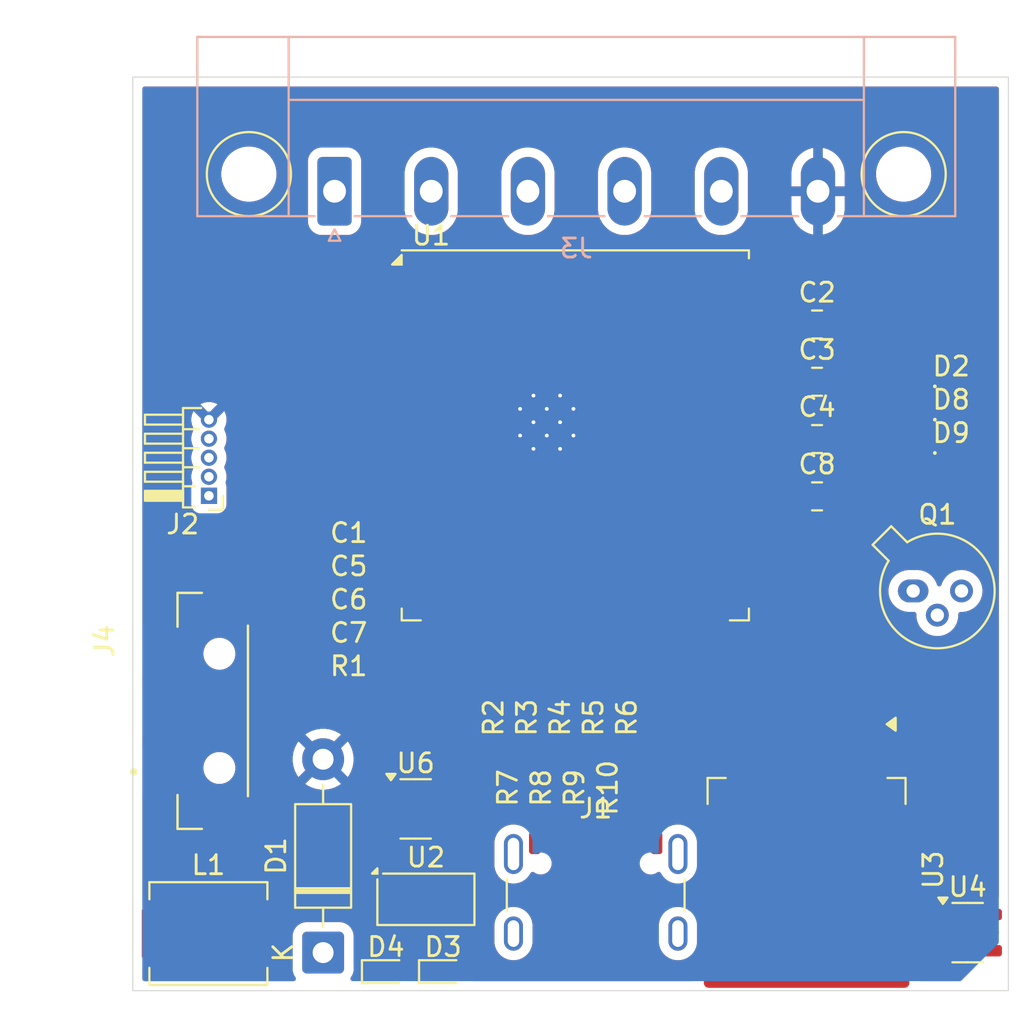
<source format=kicad_pcb>
(kicad_pcb (version 20241229) (generator "pcbnew") (generator_version "9.0")
  (layers (0 "F.Cu" signal) (2 "B.Cu" signal) (13 "F.Paste" user) (15 "B.Paste" user) (5 "F.SilkS" user "F.Silkscreen") (7 "B.SilkS" user "B.Silkscreen") (1 "F.Mask" user) (3 "B.Mask" user) (25 "Edge.Cuts" user))
  (net 0 "")
  (net 1 "/GPIO1")
  (net 2 "/XSHUT")
  (net 3 "GND")
  (net 5 "+3.3V")
  (net 6 "/SDA")
  (net 7 "/SCL")
  (net 8 "Net-(U4-PROG)")
  (net 9 "Net-(J1-CC1)")
  (net 10 "/VBUS")
  (net 11 "Net-(D2-K)")
  (net 12 "Net-(J1-GND-PadA1)")
  (net 13 "Net-(J1-SHIELD)")
  (net 14 "Net-(U3-~{ON}{slash}OFF)")
  (net 15 "/VBAT")
  (net 16 "/D1")
  (net 22 "Net-(Q1-B)")
  (net 24 "/SDA_1")
  (net 25 "/EN")
  (net 27 "/RST")
  (net 32 "/RXD")
  (net 36 "/IO01")
  (net 38 "/IO14")
  (net 39 "/IO15")
  (net 41 "/TXD")
  (net 46 "/PM")
  (net 47 "Net-(D3-A)")
  (net 48 "Net-(D9-K)")
  (net 49 "Net-(D8-K)")
  (net 50 "Net-(D1-K)")
  (net 52 "/I014")
  (net 53 "Net-(BZ1-+)")
  (net 54 "Net-(D3-K)")
  (net 55 "Net-(D2-A)")
  (net 61 "/VCC")
  (footprint "Connector_PinHeader_1.00mm:PinHeader_1x05_P1.00mm_Horizontal" (layer "F.Cu") (at 61 69 180)
    (property "Reference" "J2" (at 1.375 -1.5 0) (layer "F.SilkS"))
    (property "Value" "Conn_01x05_MountingPin")
    (fp_line (start 3.36 4.26) (end 1.36 4.26) (stroke (width 0.12)) (layer "F.SilkS"))
    (fp_line (start 3.36 3.74) (end 3.36 4.26) (stroke (width 0.12)) (layer "F.SilkS"))
    (fp_line (start 3.36 3.26) (end 1.36 3.26) (stroke (width 0.12)) (layer "F.SilkS"))
    (fp_line (start 3.36 2.74) (end 3.36 3.26) (stroke (width 0.12)) (layer "F.SilkS"))
    (fp_line (start 3.36 2.26) (end 1.36 2.26) (stroke (width 0.12)) (layer "F.SilkS"))
    (fp_line (start 3.36 1.74) (end 3.36 2.26) (stroke (width 0.12)) (layer "F.SilkS"))
    (fp_line (start 3.36 1.26) (end 1.36 1.26) (stroke (width 0.12)) (layer "F.SilkS"))
    (fp_line (start 3.36 0.74) (end 3.36 1.26) (stroke (width 0.12)) (layer "F.SilkS"))
    (fp_line (start 1.36 4.61) (end 0.41003 4.61) (stroke (width 0.12)) (layer "F.SilkS"))
    (fp_line (start 1.36 3.74) (end 3.36 3.74) (stroke (width 0.12)) (layer "F.SilkS"))
    (fp_line (start 1.36 2.74) (end 3.36 2.74) (stroke (width 0.12)) (layer "F.SilkS"))
    (fp_line (start 1.36 1.74) (end 3.36 1.74) (stroke (width 0.12)) (layer "F.SilkS"))
    (fp_line (start 1.36 0.74) (end 3.36 0.74) (stroke (width 0.12)) (layer "F.SilkS"))
    (fp_line (start 1.36 -0.61) (end 1.36 4.61) (stroke (width 0.12)) (layer "F.SilkS"))
    (fp_line (start 0.735 0.5) (end 1.36 0.5) (stroke (width 0.12)) (layer "F.SilkS"))
    (fp_line (start 0.735 -0.61) (end 1.36 -0.61) (stroke (width 0.12)) (layer "F.SilkS"))
    (fp_line (start 0.538725 3.5) (end 1.36 3.5) (stroke (width 0.12)) (layer "F.SilkS"))
    (fp_line (start 0.538725 2.5) (end 1.36 2.5) (stroke (width 0.12)) (layer "F.SilkS"))
    (fp_line (start 0.538725 1.5) (end 1.36 1.5) (stroke (width 0.12)) (layer "F.SilkS"))
    (fp_line (start -0.735 0) (end -0.735 -0.735) (stroke (width 0.12)) (layer "F.SilkS"))
    (fp_line (start -0.735 -0.735) (end 0 -0.735) (stroke (width 0.12)) (layer "F.SilkS"))
    (fp_rect (start 1.36 -0.26) (end 3.36 0.26) (stroke (width 0.12)) (fill yes) (layer "F.SilkS"))
    (pad "1" thru_hole rect (at 0 0 180) (size 0.85 0.85) (drill 0.5) (layers "*.Cu" "*.Mask") (net 41 "/TXD"))
    (pad "2" thru_hole circle (at 0 1 180) (size 0.85 0.85) (drill 0.5) (layers "*.Cu" "*.Mask") (net 32 "/RXD"))
    (pad "3" thru_hole circle (at 0 2 180) (size 0.85 0.85) (drill 0.5) (layers "*.Cu" "*.Mask") (net 36 "/IO01"))
    (pad "4" thru_hole circle (at 0 3 180) (size 0.85 0.85) (drill 0.5) (layers "*.Cu" "*.Mask") (net 25 "/EN"))
    (pad "5" thru_hole circle (at 0 4 180) (size 0.85 0.85) (drill 0.5) (layers "*.Cu" "*.Mask") (net 3 "GND"))
  )
  (footprint "Capacitor_SMD:C_0805_2012Metric" (layer "F.Cu") (at 92.95 69.03)
    (property "Reference" "C8" (at 0 -1.68 0) (layer "F.SilkS"))
    (property "Value" "10uF")
    (fp_line (start -0.261252 -0.735) (end 0.261252 -0.735) (stroke (width 0.12)) (layer "F.SilkS"))
    (fp_line (start -0.261252 0.735) (end 0.261252 0.735) (stroke (width 0.12)) (layer "F.SilkS"))
    (pad "1" smd roundrect (at -0.95 0) (size 1 1.45) (layers "F.Cu" "F.Mask" "F.Paste") (net 3 "GND"))
    (pad "2" smd roundrect (at 0.95 0) (size 1 1.45) (layers "F.Cu" "F.Mask" "F.Paste") (net 15 "/VBAT"))
  )
  (footprint "Resistor_SMD:R_0201_0603Metric" (layer "F.Cu") (at 83 84.345 90)
    (property "Reference" "R10" (at 0 -1.05 90) (layer "F.SilkS"))
    (property "Value" "10k")
    (pad "1" smd roundrect (at -0.32 0 90) (size 0.46 0.4) (layers "F.Cu" "F.Mask") (net 5 "+3.3V"))
    (pad "2" smd roundrect (at 0.32 0 90) (size 0.46 0.4) (layers "F.Cu" "F.Mask") (net 1 "/GPIO1"))
  )
  (footprint "Resistor_SMD:R_0201_0603Metric" (layer "F.Cu") (at 81.25 84.345 90)
    (property "Reference" "R9" (at 0 -1.05 90) (layer "F.SilkS"))
    (property "Value" "10k")
    (pad "1" smd roundrect (at -0.32 0 90) (size 0.46 0.4) (layers "F.Cu" "F.Mask") (net 2 "/XSHUT"))
    (pad "2" smd roundrect (at 0.32 0 90) (size 0.46 0.4) (layers "F.Cu" "F.Mask") (net 5 "+3.3V"))
  )
  (footprint "Resistor_SMD:R_0201_0603Metric" (layer "F.Cu") (at 80.5 80.655 90)
    (property "Reference" "R4" (at 0 -1.05 90) (layer "F.SilkS"))
    (property "Value" "10k")
    (pad "1" smd roundrect (at -0.32 0 90) (size 0.46 0.4) (layers "F.Cu" "F.Mask") (net 11 "Net-(D2-K)"))
    (pad "2" smd roundrect (at 0.32 0 90) (size 0.46 0.4) (layers "F.Cu" "F.Mask") (net 10 "/VBUS"))
  )
  (footprint "Diode_SMD:D_SOD-523" (layer "F.Cu") (at 70.3 94)
    (property "Reference" "D4" (at 0 -1.3 0) (layer "F.SilkS"))
    (property "Value" "1N4148WT")
    (fp_line (start -1.26 -0.6) (end -1.26 0.6) (stroke (width 0.12)) (layer "F.SilkS"))
    (fp_line (start 0.7 -0.6) (end -1.26 -0.6) (stroke (width 0.12)) (layer "F.SilkS"))
    (fp_line (start 0.7 0.6) (end -1.26 0.6) (stroke (width 0.12)) (layer "F.SilkS"))
    (pad "1" smd roundrect (at -0.7 0 180) (size 0.6 0.7) (layers "F.Cu" "F.Mask" "F.Paste") (net 15 "/VBAT"))
    (pad "2" smd roundrect (at 0.7 0 180) (size 0.6 0.7) (layers "F.Cu" "F.Mask" "F.Paste") (net 54 "Net-(D3-K)"))
  )
  (footprint "Package_TO_SOT_SMD:TSOT-23-5" (layer "F.Cu") (at 100.8625 91.95)
    (property "Reference" "U4" (at 0 -2.4 0) (layer "F.SilkS"))
    (property "Value" "TP4057")
    (fp_line (start 0 -1.56) (end -0.8 -1.56) (stroke (width 0.12)) (layer "F.SilkS"))
    (fp_line (start 0 -1.56) (end 0.8 -1.56) (stroke (width 0.12)) (layer "F.SilkS"))
    (fp_line (start 0 1.56) (end -0.8 1.56) (stroke (width 0.12)) (layer "F.SilkS"))
    (fp_line (start 0 1.56) (end 0.8 1.56) (stroke (width 0.12)) (layer "F.SilkS"))
    (fp_poly (pts (xy -1.3 -1.51) (xy -1.54 -1.84) (xy -1.06 -1.84)) (stroke (width 0.12)) (fill yes) (layer "F.SilkS"))
    (pad "1" smd roundrect (at -1.1375 -0.95) (size 1.325 0.6) (layers "F.Cu" "F.Mask" "F.Paste") (net 49 "Net-(D8-K)"))
    (pad "2" smd roundrect (at -1.1375 0) (size 1.325 0.6) (layers "F.Cu" "F.Mask" "F.Paste") (net 3 "GND"))
    (pad "3" smd roundrect (at -1.1375 0.95) (size 1.325 0.6) (layers "F.Cu" "F.Mask" "F.Paste") (net 47 "Net-(D3-A)"))
    (pad "4" smd roundrect (at 1.1375 0.95) (size 1.325 0.6) (layers "F.Cu" "F.Mask" "F.Paste") (net 10 "/VBUS"))
    (pad "5" smd roundrect (at 1.1375 -0.95) (size 1.325 0.6) (layers "F.Cu" "F.Mask" "F.Paste") (net 48 "Net-(D9-K)"))
  )
  (footprint "Capacitor_SMD:C_0805_2012Metric" (layer "F.Cu") (at 92.95 63.01)
    (property "Reference" "C3" (at 0 -1.68 0) (layer "F.SilkS"))
    (property "Value" "100uF")
    (fp_line (start -0.261252 -0.735) (end 0.261252 -0.735) (stroke (width 0.12)) (layer "F.SilkS"))
    (fp_line (start -0.261252 0.735) (end 0.261252 0.735) (stroke (width 0.12)) (layer "F.SilkS"))
    (pad "1" smd roundrect (at -0.95 0) (size 1 1.45) (layers "F.Cu" "F.Mask" "F.Paste") (net 3 "GND"))
    (pad "2" smd roundrect (at 0.95 0) (size 1 1.45) (layers "F.Cu" "F.Mask" "F.Paste") (net 3 "GND"))
  )
  (footprint "Package_TO_SOT_SMD:SOT-23-6" (layer "F.Cu") (at 71.8625 85.45)
    (property "Reference" "U6" (at 0 -2.4 0) (layer "F.SilkS"))
    (property "Value" "PAM8302AAD")
    (fp_line (start 0 -1.56) (end -0.8 -1.56) (stroke (width 0.12)) (layer "F.SilkS"))
    (fp_line (start 0 -1.56) (end 0.8 -1.56) (stroke (width 0.12)) (layer "F.SilkS"))
    (fp_line (start 0 1.56) (end -0.8 1.56) (stroke (width 0.12)) (layer "F.SilkS"))
    (fp_line (start 0 1.56) (end 0.8 1.56) (stroke (width 0.12)) (layer "F.SilkS"))
    (fp_poly (pts (xy -1.3 -1.51) (xy -1.54 -1.84) (xy -1.06 -1.84)) (stroke (width 0.12)) (fill yes) (layer "F.SilkS"))
    (pad "1" smd roundrect (at -1.1375 -0.95) (size 1.325 0.6) (layers "F.Cu" "F.Mask" "F.Paste") (net 39 "/IO15"))
    (pad "2" smd roundrect (at -1.1375 0) (size 1.325 0.6) (layers "F.Cu" "F.Mask" "F.Paste"))
    (pad "3" smd roundrect (at -1.1375 0.95) (size 1.325 0.6) (layers "F.Cu" "F.Mask" "F.Paste") (net 52 "/I014"))
    (pad "4" smd roundrect (at 1.1375 0.95) (size 1.325 0.6) (layers "F.Cu" "F.Mask" "F.Paste") (net 3 "GND"))
    (pad "5" smd roundrect (at 1.1375 0) (size 1.325 0.6) (layers "F.Cu" "F.Mask" "F.Paste") (net 53 "Net-(BZ1-+)"))
    (pad "6" smd roundrect (at 1.1375 -0.95) (size 1.325 0.6) (layers "F.Cu" "F.Mask" "F.Paste") (net 46 "/PM"))
  )
  (footprint "Diode_SMD:D_0201_0603Metric" (layer "F.Cu") (at 100 63.25)
    (property "Reference" "D2" (at 0 -1.05 0) (layer "F.SilkS"))
    (property "Value" "D")
    (fp_circle (center -0.86 0) (end -0.81 0) (stroke (width 0.1)) (fill no) (layer "F.SilkS"))
    (pad "1" smd roundrect (at -0.32 0) (size 0.46 0.4) (layers "F.Cu" "F.Mask") (net 11 "Net-(D2-K)"))
    (pad "2" smd roundrect (at 0.32 0) (size 0.46 0.4) (layers "F.Cu" "F.Mask") (net 55 "Net-(D2-A)"))
  )
  (footprint "Inductor_SMD:L_Neosid_SM-PIC0512H" (layer "F.Cu") (at 60.9725 92)
    (property "Reference" "L1" (at 0 -3.6 0) (layer "F.SilkS"))
    (property "Value" "100uH")
    (fp_line (start -3.1 -2.7) (end -3.1 -1.8) (stroke (width 0.12)) (layer "F.SilkS"))
    (fp_line (start -3.1 2.7) (end -3.1 1.8) (stroke (width 0.12)) (layer "F.SilkS"))
    (fp_line (start 3.1 -2.7) (end -3.1 -2.7) (stroke (width 0.12)) (layer "F.SilkS"))
    (fp_line (start 3.1 -2.7) (end 3.1 -1.8) (stroke (width 0.12)) (layer "F.SilkS"))
    (fp_line (start 3.1 1.8) (end 3.1 2.7) (stroke (width 0.12)) (layer "F.SilkS"))
    (fp_line (start 3.1 2.7) (end -3.1 2.7) (stroke (width 0.12)) (layer "F.SilkS"))
    (pad "1" smd rect (at -2.5 0 180) (size 2 2.5) (layers "F.Cu" "F.Mask" "F.Paste") (net 50 "Net-(D1-K)"))
    (pad "2" smd rect (at 2.5 0 180) (size 2 2.5) (layers "F.Cu" "F.Mask" "F.Paste") (net 5 "+3.3V"))
  )
  (footprint "Resistor_SMD:R_0201_0603Metric" (layer "F.Cu") (at 82.25 80.655 90)
    (property "Reference" "R5" (at 0 -1.05 90) (layer "F.SilkS"))
    (property "Value" "5.1k")
    (pad "1" smd roundrect (at -0.32 0 90) (size 0.46 0.4) (layers "F.Cu" "F.Mask") (net 9 "Net-(J1-CC1)"))
    (pad "2" smd roundrect (at 0.32 0 90) (size 0.46 0.4) (layers "F.Cu" "F.Mask") (net 3 "GND"))
  )
  (footprint "Package_TO_SOT_SMD:TO-263-5_TabPin3" (layer "F.Cu") (at 92.4 88.65 -90)
    (property "Reference" "U3" (at 0 -6.65 90) (layer "F.SilkS"))
    (property "Value" "LM2576HVS-3.3")
    (fp_line (start -4.825 5.2) (end -4.825 4.25) (stroke (width 0.12)) (layer "F.SilkS"))
    (fp_line (start -3.46 5.2) (end -4.825 5.2) (stroke (width 0.12)) (layer "F.SilkS"))
    (fp_line (start -4.825 -5.2) (end -4.825 -4.25) (stroke (width 0.12)) (layer "F.SilkS"))
    (fp_line (start -3.46 -5.2) (end -4.825 -5.2) (stroke (width 0.12)) (layer "F.SilkS"))
    (fp_poly (pts (xy -7.65 -4.21) (xy -7.99 -4.68) (xy -7.31 -4.68)) (stroke (width 0.12)) (fill yes) (layer "F.SilkS"))
    (pad "1" smd roundrect (at -7.65 -3.4 270) (size 4.6 1.1) (layers "F.Cu" "F.Mask" "F.Paste") (roundrect_rratio 0.227273) (net 15 "/VBAT"))
    (pad "2" smd roundrect (at -7.65 -1.7 270) (size 4.6 1.1) (layers "F.Cu" "F.Mask" "F.Paste") (roundrect_rratio 0.227273) (net 50 "Net-(D1-K)"))
    (pad "3" smd roundrect (at -7.65 0 270) (size 4.6 1.1) (layers "F.Cu" "F.Mask" "F.Paste") (roundrect_rratio 0.227273) (net 3 "GND"))
    (pad "3" smd roundrect (at 1.5 0 270) (size 9.4 10.8) (layers "F.Cu" "F.Mask") (roundrect_rratio 0.026596) (net 3 "GND"))
    (pad "4" smd roundrect (at -7.65 1.7 270) (size 4.6 1.1) (layers "F.Cu" "F.Mask" "F.Paste") (roundrect_rratio 0.227273) (net 5 "+3.3V"))
    (pad "5" smd roundrect (at -7.65 3.4 270) (size 4.6 1.1) (layers "F.Cu" "F.Mask" "F.Paste") (roundrect_rratio 0.227273) (net 14 "Net-(U3-~{ON}{slash}OFF)"))
  )
  (footprint "Diode_SMD:D_SOD-523" (layer "F.Cu") (at 73.3 94)
    (property "Reference" "D3" (at 0 -1.3 0) (layer "F.SilkS"))
    (property "Value" "1N4148WT")
    (fp_line (start -1.26 -0.6) (end -1.26 0.6) (stroke (width 0.12)) (layer "F.SilkS"))
    (fp_line (start 0.7 -0.6) (end -1.26 -0.6) (stroke (width 0.12)) (layer "F.SilkS"))
    (fp_line (start 0.7 0.6) (end -1.26 0.6) (stroke (width 0.12)) (layer "F.SilkS"))
    (pad "1" smd roundrect (at -0.7 0 180) (size 0.6 0.7) (layers "F.Cu" "F.Mask" "F.Paste") (net 54 "Net-(D3-K)"))
    (pad "2" smd roundrect (at 0.7 0 180) (size 0.6 0.7) (layers "F.Cu" "F.Mask" "F.Paste") (net 47 "Net-(D3-A)"))
  )
  (footprint "Conn_bat1:TE_1746142-1" (layer "F.Cu") (at 61.55 80.3 -90)
    (property "Reference" "J4" (at -3.675 6.045 90) (layer "F.SilkS"))
    (property "Value" "1746142-1")
    (fp_line (start -6.2 2.2) (end -6.2 0.92) (stroke (width 0.127)) (layer "F.SilkS"))
    (fp_line (start -4.42 2.2) (end -6.2 2.2) (stroke (width 0.127)) (layer "F.SilkS"))
    (fp_line (start 6.2 2.2) (end 4.42 2.2) (stroke (width 0.127)) (layer "F.SilkS"))
    (fp_line (start 6.2 2.2) (end 6.2 0.92) (stroke (width 0.127)) (layer "F.SilkS"))
    (fp_line (start -4.48 -1.5) (end 4.48 -1.5) (stroke (width 0.127)) (layer "F.SilkS"))
    (fp_circle (center 3.2 4.5) (end 3.3 4.5) (stroke (width 0.2)) (fill no) (layer "F.SilkS"))
    (pad "" np_thru_hole circle (at -3 0 270) (size 1.18 1.18) (drill 1.18) (layers "*.Cu" "*.Mask"))
    (pad "" np_thru_hole circle (at 3 0 270) (size 1.18 1.18) (drill 1.18) (layers "*.Cu" "*.Mask"))
    (pad "1" smd rect (at 3.2 2.75 270) (size 1.8 1.5) (layers "F.Cu" "F.Mask" "F.Paste") (net 3 "GND"))
    (pad "2" smd rect (at 0 2.75 270) (size 1.8 1.5) (layers "F.Cu" "F.Mask" "F.Paste") (net 3 "GND"))
    (pad "3" smd rect (at -3.2 2.75 270) (size 1.8 1.5) (layers "F.Cu" "F.Mask" "F.Paste") (net 54 "Net-(D3-K)"))
    (pad "SH1" smd rect (at -5.7 -0.45 270) (size 1.8 2.1) (layers "F.Cu" "F.Mask" "F.Paste") (net 3 "GND"))
    (pad "SH2" smd rect (at 5.7 -0.45 270) (size 1.8 2.1) (layers "F.Cu" "F.Mask" "F.Paste") (net 3 "GND"))
  )
  (footprint "Resistor_SMD:R_0201_0603Metric" (layer "F.Cu") (at 77.75 84.345 90)
    (property "Reference" "R7" (at 0 -1.05 90) (layer "F.SilkS"))
    (property "Value" "10k")
    (pad "1" smd roundrect (at -0.32 0 90) (size 0.46 0.4) (layers "F.Cu" "F.Mask") (net 14 "Net-(U3-~{ON}{slash}OFF)"))
    (pad "2" smd roundrect (at 0.32 0 90) (size 0.46 0.4) (layers "F.Cu" "F.Mask") (net 15 "/VBAT"))
  )
  (footprint "Resistor_SMD:R_0201_0603Metric" (layer "F.Cu") (at 79.5 84.345 90)
    (property "Reference" "R8" (at 0 -1.05 90) (layer "F.SilkS"))
    (property "Value" "2k")
    (pad "1" smd roundrect (at -0.32 0 90) (size 0.46 0.4) (layers "F.Cu" "F.Mask") (net 7 "/SCL"))
    (pad "2" smd roundrect (at 0.32 0 90) (size 0.46 0.4) (layers "F.Cu" "F.Mask") (net 5 "+3.3V"))
  )
  (footprint "Capacitor_SMD:C_0201_0603Metric" (layer "F.Cu") (at 68.345 77.25)
    (property "Reference" "C7" (at 0 -1.05 0) (layer "F.SilkS"))
    (property "Value" "10uF")
    (pad "1" smd roundrect (at -0.32 0) (size 0.46 0.4) (layers "F.Cu" "F.Mask") (net 5 "+3.3V"))
    (pad "2" smd roundrect (at 0.32 0) (size 0.46 0.4) (layers "F.Cu" "F.Mask") (net 3 "GND"))
  )
  (footprint "Resistor_SMD:R_0201_0603Metric" (layer "F.Cu") (at 68.345 79)
    (property "Reference" "R1" (at 0 -1.05 0) (layer "F.SilkS"))
    (property "Value" "2k")
    (pad "1" smd roundrect (at -0.32 0) (size 0.46 0.4) (layers "F.Cu" "F.Mask") (net 6 "/SDA"))
    (pad "2" smd roundrect (at 0.32 0) (size 0.46 0.4) (layers "F.Cu" "F.Mask") (net 5 "+3.3V"))
  )
  (footprint "Sensor_Distance:ST_VL53L1x" (layer "F.Cu") (at 72.4 90.2)
    (property "Reference" "U2" (at 0 -2.2 0) (layer "F.SilkS"))
    (property "Value" "VL53L0CXV0DH1")
    (fp_line (start -2.55 -1.05) (end -2.55 1.35) (stroke (width 0.12)) (layer "F.SilkS"))
    (fp_line (start -2.55 1.35) (end 2.55 1.35) (stroke (width 0.12)) (layer "F.SilkS"))
    (fp_line (start 2.55 -1.35) (end -2.25 -1.35) (stroke (width 0.12)) (layer "F.SilkS"))
    (fp_line (start 2.55 1.35) (end 2.55 -1.35) (stroke (width 0.12)) (layer "F.SilkS"))
    (fp_poly (pts (xy -2.55 -1.35) (xy -2.83 -1.35) (xy -2.55 -1.63) (xy -2.55 -1.35)) (stroke (width 0.12)) (fill yes) (layer "F.SilkS"))
    (pad "1" smd roundrect (at -1.74 -0.675) (size 0.38 0.25) (layers "F.Cu" "F.Mask" "F.Paste") (net 3 "GND"))
    (pad "1" smd roundrect (at -1.6 -0.8) (size 0.5 0.5) (layers "F.Cu" "F.Mask" "F.Paste") (net 3 "GND"))
    (pad "2" smd roundrect (at -0.8 -0.8) (size 0.5 0.5) (layers "F.Cu" "F.Mask" "F.Paste") (net 3 "GND"))
    (pad "3" smd roundrect (at 0 -0.8) (size 0.5 0.5) (layers "F.Cu" "F.Mask" "F.Paste") (net 3 "GND"))
    (pad "4" smd roundrect (at 0.8 -0.8) (size 0.5 0.5) (layers "F.Cu" "F.Mask" "F.Paste") (net 3 "GND"))
    (pad "5" smd roundrect (at 1.6 -0.8) (size 0.5 0.5) (layers "F.Cu" "F.Mask" "F.Paste") (net 2 "/XSHUT"))
    (pad "6" smd roundrect (at 1.6 0) (size 0.5 0.5) (layers "F.Cu" "F.Mask" "F.Paste") (net 3 "GND"))
    (pad "7" smd roundrect (at 1.6 0.8) (size 0.5 0.5) (layers "F.Cu" "F.Mask" "F.Paste") (net 1 "/GPIO1"))
    (pad "8" smd roundrect (at 0.8 0.8) (size 0.5 0.5) (layers "F.Cu" "F.Mask" "F.Paste"))
    (pad "9" smd roundrect (at 0 0.8) (size 0.5 0.5) (layers "F.Cu" "F.Mask" "F.Paste") (net 6 "/SDA"))
    (pad "10" smd roundrect (at -0.8 0.8) (size 0.5 0.5) (layers "F.Cu" "F.Mask" "F.Paste") (net 7 "/SCL"))
    (pad "11" smd roundrect (at -1.6 0.8) (size 0.5 0.5) (layers "F.Cu" "F.Mask" "F.Paste") (net 5 "+3.3V"))
    (pad "12" smd roundrect (at -1.6 0) (size 0.5 0.5) (layers "F.Cu" "F.Mask" "F.Paste") (net 3 "GND"))
  )
  (footprint "RF_Module:ESP32-WROOM-32U" (layer "F.Cu") (at 80.25 65.825)
    (property "Reference" "U1" (at -7.58 -10.5 180) (layer "F.SilkS"))
    (property "Value" "ESP32-WROOM-32U")
    (fp_line (start -9.12 -9.72) (end 9.12 -9.72) (stroke (width 0.12)) (layer "F.SilkS"))
    (fp_line (start -9.12 9.1) (end -9.12 9.72) (stroke (width 0.12)) (layer "F.SilkS"))
    (fp_line (start -9.12 9.72) (end -8.12 9.72) (stroke (width 0.12)) (layer "F.SilkS"))
    (fp_line (start 9.12 -9.72) (end 9.12 -9.3) (stroke (width 0.12)) (layer "F.SilkS"))
    (fp_line (start 9.12 9.1) (end 9.12 9.72) (stroke (width 0.12)) (layer "F.SilkS"))
    (fp_line (start 9.12 9.72) (end 8.12 9.72) (stroke (width 0.12)) (layer "F.SilkS"))
    (fp_poly (pts (xy -9.125 -8.975) (xy -9.625 -8.975) (xy -9.125 -9.475) (xy -9.125 -8.975)) (stroke (width 0.12)) (fill yes) (layer "F.SilkS"))
    (pad "1" smd rect (at -8.75 -8.255) (size 1.5 0.9) (layers "F.Cu" "F.Mask" "F.Paste") (net 3 "GND"))
    (pad "2" smd rect (at -8.75 -6.985) (size 1.5 0.9) (layers "F.Cu" "F.Mask" "F.Paste") (net 5 "+3.3V"))
    (pad "3" smd rect (at -8.75 -5.715) (size 1.5 0.9) (layers "F.Cu" "F.Mask" "F.Paste") (net 25 "/EN"))
    (pad "4" smd rect (at -8.75 -4.445) (size 1.5 0.9) (layers "F.Cu" "F.Mask" "F.Paste"))
    (pad "5" smd rect (at -8.75 -3.175) (size 1.5 0.9) (layers "F.Cu" "F.Mask" "F.Paste"))
    (pad "6" smd rect (at -8.75 -1.905) (size 1.5 0.9) (layers "F.Cu" "F.Mask" "F.Paste"))
    (pad "7" smd rect (at -8.75 -0.635) (size 1.5 0.9) (layers "F.Cu" "F.Mask" "F.Paste"))
    (pad "8" smd rect (at -8.75 0.635) (size 1.5 0.9) (layers "F.Cu" "F.Mask" "F.Paste"))
    (pad "9" smd rect (at -8.75 1.905) (size 1.5 0.9) (layers "F.Cu" "F.Mask" "F.Paste"))
    (pad "10" smd rect (at -8.75 3.175) (size 1.5 0.9) (layers "F.Cu" "F.Mask" "F.Paste"))
    (pad "11" smd rect (at -8.75 4.445) (size 1.5 0.9) (layers "F.Cu" "F.Mask" "F.Paste"))
    (pad "12" smd rect (at -8.75 5.715) (size 1.5 0.9) (layers "F.Cu" "F.Mask" "F.Paste"))
    (pad "13" smd rect (at -8.75 6.985) (size 1.5 0.9) (layers "F.Cu" "F.Mask" "F.Paste") (net 38 "/IO14"))
    (pad "14" smd rect (at -8.75 8.255) (size 1.5 0.9) (layers "F.Cu" "F.Mask" "F.Paste"))
    (pad "15" smd rect (at -5.715 9.35 90) (size 1.5 0.9) (layers "F.Cu" "F.Mask" "F.Paste") (net 3 "GND"))
    (pad "16" smd rect (at -4.445 9.35 90) (size 1.5 0.9) (layers "F.Cu" "F.Mask" "F.Paste") (net 22 "Net-(Q1-B)"))
    (pad "17" smd rect (at -3.175 9.35 90) (size 1.5 0.9) (layers "F.Cu" "F.Mask" "F.Paste"))
    (pad "18" smd rect (at -1.905 9.35 90) (size 1.5 0.9) (layers "F.Cu" "F.Mask" "F.Paste"))
    (pad "19" smd rect (at -0.635 9.35 90) (size 1.5 0.9) (layers "F.Cu" "F.Mask" "F.Paste"))
    (pad "20" smd rect (at 0.635 9.35 90) (size 1.5 0.9) (layers "F.Cu" "F.Mask" "F.Paste") (net 7 "/SCL"))
    (pad "21" smd rect (at 1.905 9.35 90) (size 1.5 0.9) (layers "F.Cu" "F.Mask" "F.Paste") (net 6 "/SDA"))
    (pad "22" smd rect (at 3.175 9.35 90) (size 1.5 0.9) (layers "F.Cu" "F.Mask" "F.Paste") (net 24 "/SDA_1"))
    (pad "23" smd rect (at 4.445 9.35 90) (size 1.5 0.9) (layers "F.Cu" "F.Mask" "F.Paste") (net 39 "/IO15"))
    (pad "24" smd rect (at 5.715 9.35 90) (size 1.5 0.9) (layers "F.Cu" "F.Mask" "F.Paste"))
    (pad "25" smd rect (at 8.75 8.255) (size 1.5 0.9) (layers "F.Cu" "F.Mask" "F.Paste") (net 36 "/IO01"))
    (pad "26" smd rect (at 8.75 6.985) (size 1.5 0.9) (layers "F.Cu" "F.Mask" "F.Paste") (net 1 "/GPIO1"))
    (pad "27" smd rect (at 8.75 5.715) (size 1.5 0.9) (layers "F.Cu" "F.Mask" "F.Paste") (net 27 "/RST"))
    (pad "28" smd rect (at 8.75 4.445) (size 1.5 0.9) (layers "F.Cu" "F.Mask" "F.Paste") (net 16 "/D1"))
    (pad "29" smd rect (at 8.75 3.175) (size 1.5 0.9) (layers "F.Cu" "F.Mask" "F.Paste") (net 2 "/XSHUT"))
    (pad "30" smd rect (at 8.75 1.905) (size 1.5 0.9) (layers "F.Cu" "F.Mask" "F.Paste"))
    (pad "31" smd rect (at 8.75 0.635) (size 1.5 0.9) (layers "F.Cu" "F.Mask" "F.Paste"))
    (pad "32" smd rect (at 8.75 -0.635) (size 1.5 0.9) (layers "F.Cu" "F.Mask" "F.Paste"))
    (pad "33" smd rect (at 8.75 -1.905) (size 1.5 0.9) (layers "F.Cu" "F.Mask" "F.Paste"))
    (pad "34" smd rect (at 8.75 -3.175) (size 1.5 0.9) (layers "F.Cu" "F.Mask" "F.Paste") (net 32 "/RXD"))
    (pad "35" smd rect (at 8.75 -4.445) (size 1.5 0.9) (layers "F.Cu" "F.Mask" "F.Paste") (net 41 "/TXD"))
    (pad "36" smd rect (at 8.75 -5.715) (size 1.5 0.9) (layers "F.Cu" "F.Mask" "F.Paste"))
    (pad "37" smd rect (at 8.75 -6.985) (size 1.5 0.9) (layers "F.Cu" "F.Mask" "F.Paste"))
    (pad "38" smd rect (at 8.75 -8.255) (size 1.5 0.9) (layers "F.Cu" "F.Mask" "F.Paste") (net 3 "GND"))
    (pad "39" smd rect (at -2.9 -2.09) (size 0.9 0.9) (layers "F.Cu" "F.Paste") (net 3 "GND"))
    (pad "39" thru_hole circle (at -2.9 -1.39) (size 0.6 0.6) (drill 0.2) (property pad_prop_heatsink) (layers "*.Cu" "F.Mask") (net 3 "GND"))
    (pad "39" smd rect (at -2.9 -0.69) (size 0.9 0.9) (layers "F.Cu" "F.Paste") (net 3 "GND"))
    (pad "39" thru_hole circle (at -2.9 0.01) (size 0.6 0.6) (drill 0.2) (property pad_prop_heatsink) (layers "*.Cu" "F.Mask") (net 3 "GND"))
    (pad "39" smd rect (at -2.9 0.71) (size 0.9 0.9) (layers "F.Cu" "F.Paste") (net 3 "GND"))
    (pad "39" thru_hole circle (at -2.2 -2.09) (size 0.6 0.6) (drill 0.2) (property pad_prop_heatsink) (layers "*.Cu" "F.Mask") (net 3 "GND"))
    (pad "39" thru_hole circle (at -2.2 -0.69) (size 0.6 0.6) (drill 0.2) (property pad_prop_heatsink) (layers "*.Cu" "F.Mask") (net 3 "GND"))
    (pad "39" thru_hole circle (at -2.2 0.71) (size 0.6 0.6) (drill 0.2) (property pad_prop_heatsink) (layers "*.Cu" "F.Mask") (net 3 "GND"))
    (pad "39" smd rect (at -1.5 -2.09) (size 0.9 0.9) (layers "F.Cu" "F.Paste") (net 3 "GND"))
    (pad "39" thru_hole circle (at -1.5 -1.39) (size 0.6 0.6) (drill 0.2) (property pad_prop_heatsink) (layers "*.Cu" "F.Mask") (net 3 "GND"))
    (pad "39" smd rect (at -1.5 -0.69) (size 0.9 0.9) (layers "F.Cu" "F.Paste") (net 3 "GND"))
    (pad "39" smd rect (at -1.5 -0.69) (size 3.8 3.8) (property pad_prop_heatsink) (layers "F.Cu" "F.Mask") (net 3 "GND"))
    (pad "39" thru_hole circle (at -1.5 0.01) (size 0.6 0.6) (drill 0.2) (property pad_prop_heatsink) (layers "*.Cu" "F.Mask") (net 3 "GND"))
    (pad "39" smd rect (at -1.5 0.71) (size 0.9 0.9) (layers "F.Cu" "F.Paste") (net 3 "GND"))
    (pad "39" thru_hole circle (at -0.8 -2.09) (size 0.6 0.6) (drill 0.2) (property pad_prop_heatsink) (layers "*.Cu" "F.Mask") (net 3 "GND"))
    (pad "39" thru_hole circle (at -0.8 -0.69) (size 0.6 0.6) (drill 0.2) (property pad_prop_heatsink) (layers "*.Cu" "F.Mask") (net 3 "GND"))
    (pad "39" thru_hole circle (at -0.8 0.71) (size 0.6 0.6) (drill 0.2) (property pad_prop_heatsink) (layers "*.Cu" "F.Mask") (net 3 "GND"))
    (pad "39" smd rect (at -0.1 -2.09) (size 0.9 0.9) (layers "F.Cu" "F.Paste") (net 3 "GND"))
    (pad "39" thru_hole circle (at -0.1 -1.39) (size 0.6 0.6) (drill 0.2) (property pad_prop_heatsink) (layers "*.Cu" "F.Mask") (net 3 "GND"))
    (pad "39" smd rect (at -0.1 -0.69) (size 0.9 0.9) (layers "F.Cu" "F.Paste") (net 3 "GND"))
    (pad "39" thru_hole circle (at -0.1 0.01) (size 0.6 0.6) (drill 0.2) (property pad_prop_heatsink) (layers "*.Cu" "F.Mask") (net 3 "GND"))
    (pad "39" smd rect (at -0.1 0.71) (size 0.9 0.9) (layers "F.Cu" "F.Paste") (net 3 "GND"))
  )
  (footprint "Capacitor_SMD:C_0201_0603Metric" (layer "F.Cu") (at 68.345 72)
    (property "Reference" "C1" (at 0 -1.05 0) (layer "F.SilkS"))
    (property "Value" "10uF")
    (pad "1" smd roundrect (at -0.32 0) (size 0.46 0.4) (layers "F.Cu" "F.Mask") (net 5 "+3.3V"))
    (pad "2" smd roundrect (at 0.32 0) (size 0.46 0.4) (layers "F.Cu" "F.Mask") (net 3 "GND"))
  )
  (footprint "Capacitor_SMD:C_0201_0603Metric" (layer "F.Cu") (at 68.345 73.75)
    (property "Reference" "C5" (at 0 -1.05 0) (layer "F.SilkS"))
    (property "Value" "10uF")
    (pad "1" smd roundrect (at -0.32 0) (size 0.46 0.4) (layers "F.Cu" "F.Mask") (net 47 "Net-(D3-A)"))
    (pad "2" smd roundrect (at 0.32 0) (size 0.46 0.4) (layers "F.Cu" "F.Mask") (net 3 "GND"))
  )
  (footprint "Diode_THT:D_DO-41_SOD81_P10.16mm_Horizontal" (layer "F.Cu") (at 67 93 90)
    (property "Reference" "D1" (at 5.08 -2.47 90) (layer "F.SilkS"))
    (property "Value" "1N47xxA")
    (fp_line (start 3.38 -1.47) (end 3.38 1.47) (stroke (width 0.12)) (layer "F.SilkS"))
    (fp_line (start 3.26 -1.47) (end 3.26 1.47) (stroke (width 0.12)) (layer "F.SilkS"))
    (fp_line (start 3.14 -1.47) (end 3.14 1.47) (stroke (width 0.12)) (layer "F.SilkS"))
    (fp_line (start 8.82 0) (end 7.8 0) (stroke (width 0.12)) (layer "F.SilkS"))
    (fp_line (start 1.34 0) (end 2.36 0) (stroke (width 0.12)) (layer "F.SilkS"))
    (fp_rect (start 2.36 -1.47) (end 7.8 1.47) (stroke (width 0.12)) (fill no) (layer "F.SilkS"))
    (fp_text user "K" (at 0 -2.1 90) (layer "F.SilkS"))
    (pad "1" thru_hole roundrect (at 0 0 90) (size 2.2 2.2) (drill 1.1) (layers "*.Cu" "*.Mask") (roundrect_rratio 0.113636) (net 50 "Net-(D1-K)"))
    (pad "2" thru_hole circle (at 10.16 0 90) (size 2.2 2.2) (drill 1.1) (layers "*.Cu" "*.Mask") (net 3 "GND"))
  )
  (footprint "Resistor_SMD:R_0201_0603Metric" (layer "F.Cu") (at 78.75 80.655 90)
    (property "Reference" "R3" (at 0 -1.05 90) (layer "F.SilkS"))
    (property "Value" "10k")
    (pad "1" smd roundrect (at -0.32 0 90) (size 0.46 0.4) (layers "F.Cu" "F.Mask") (net 3 "GND"))
    (pad "2" smd roundrect (at 0.32 0 90) (size 0.46 0.4) (layers "F.Cu" "F.Mask") (net 12 "Net-(J1-GND-PadA1)"))
  )
  (footprint "LED_SMD:LED_0201_0603Metric" (layer "F.Cu") (at 100 65)
    (property "Reference" "D8" (at 0 -1.05 0) (layer "F.SilkS"))
    (property "Value" "LED")
    (fp_circle (center -0.86 0) (end -0.81 0) (stroke (width 0.1)) (fill no) (layer "F.SilkS"))
    (pad "1" smd roundrect (at -0.32 0) (size 0.46 0.4) (layers "F.Cu" "F.Mask") (net 49 "Net-(D8-K)"))
    (pad "2" smd roundrect (at 0.32 0) (size 0.46 0.4) (layers "F.Cu" "F.Mask") (net 10 "/VBUS"))
  )
  (footprint "Connector_USB:USB_C_Receptacle_GCT_USB4105-xx-A_16P_TopMnt_Horizontal" (layer "F.Cu") (at 81.32 90.925)
    (property "Reference" "J1" (at 0 -5.5 0) (layer "F.SilkS"))
    (property "Value" "USB_C_Receptacle_USB2.0_14P")
    (fp_line (start -4.67 -0.1) (end -4.67 -1.8) (stroke (width 0.12)) (layer "F.SilkS"))
    (fp_line (start 4.67 -0.1) (end 4.67 -1.8) (stroke (width 0.12)) (layer "F.SilkS"))
    (pad "" np_thru_hole circle (at -2.89 -2.605) (size 0.65 0.65) (drill 0.65) (layers "*.Cu" "*.Mask"))
    (pad "" np_thru_hole circle (at 2.89 -2.605) (size 0.65 0.65) (drill 0.65) (layers "*.Cu" "*.Mask"))
    (pad "A1" smd roundrect (at -3.2 -3.68) (size 0.6 1.15) (layers "F.Cu" "F.Mask" "F.Paste") (net 12 "Net-(J1-GND-PadA1)"))
    (pad "A4" smd roundrect (at -2.4 -3.68) (size 0.6 1.15) (layers "F.Cu" "F.Mask" "F.Paste") (net 55 "Net-(D2-A)"))
    (pad "A5" smd roundrect (at -1.25 -3.68) (size 0.3 1.15) (layers "F.Cu" "F.Mask" "F.Paste") (net 9 "Net-(J1-CC1)"))
    (pad "A6" smd roundrect (at -0.25 -3.68) (size 0.3 1.15) (layers "F.Cu" "F.Mask" "F.Paste"))
    (pad "A7" smd roundrect (at 0.25 -3.68) (size 0.3 1.15) (layers "F.Cu" "F.Mask" "F.Paste"))
    (pad "A8" smd roundrect (at 1.25 -3.68) (size 0.3 1.15) (layers "F.Cu" "F.Mask" "F.Paste"))
    (pad "A9" smd roundrect (at 2.4 -3.68) (size 0.6 1.15) (layers "F.Cu" "F.Mask" "F.Paste") (net 55 "Net-(D2-A)"))
    (pad "A12" smd roundrect (at 3.2 -3.68) (size 0.6 1.15) (layers "F.Cu" "F.Mask" "F.Paste") (net 12 "Net-(J1-GND-PadA1)"))
    (pad "B1" smd roundrect (at 3.2 -3.68) (size 0.6 1.15) (layers "F.Cu" "F.Mask" "F.Paste") (net 12 "Net-(J1-GND-PadA1)"))
    (pad "B4" smd roundrect (at 2.4 -3.68) (size 0.6 1.15) (layers "F.Cu" "F.Mask" "F.Paste") (net 55 "Net-(D2-A)"))
    (pad "B5" smd roundrect (at 1.75 -3.68) (size 0.3 1.15) (layers "F.Cu" "F.Mask" "F.Paste"))
    (pad "B6" smd roundrect (at 0.75 -3.68) (size 0.3 1.15) (layers "F.Cu" "F.Mask" "F.Paste"))
    (pad "B7" smd roundrect (at -0.75 -3.68) (size 0.3 1.15) (layers "F.Cu" "F.Mask" "F.Paste"))
    (pad "B8" smd roundrect (at -1.75 -3.68) (size 0.3 1.15) (layers "F.Cu" "F.Mask" "F.Paste"))
    (pad "B9" smd roundrect (at -2.4 -3.68) (size 0.6 1.15) (layers "F.Cu" "F.Mask" "F.Paste") (net 55 "Net-(D2-A)"))
    (pad "B12" smd roundrect (at -3.2 -3.68) (size 0.6 1.15) (layers "F.Cu" "F.Mask" "F.Paste") (net 12 "Net-(J1-GND-PadA1)"))
    (pad "S1" thru_hole oval (at -4.32 -3.105) (size 1 2.1) (drill oval 0.6 1.7) (property pad_prop_heatsink) (layers "*.Cu" "*.Mask" "F.Paste") (net 13 "Net-(J1-SHIELD)"))
    (pad "S1" thru_hole oval (at -4.32 1.075) (size 1 1.8) (drill oval 0.6 1.4) (property pad_prop_heatsink) (layers "*.Cu" "*.Mask" "F.Paste") (net 13 "Net-(J1-SHIELD)"))
    (pad "S1" thru_hole oval (at 4.32 -3.105) (size 1 2.1) (drill oval 0.6 1.7) (property pad_prop_heatsink) (layers "*.Cu" "*.Mask" "F.Paste") (net 13 "Net-(J1-SHIELD)"))
    (pad "S1" thru_hole oval (at 4.32 1.075) (size 1 1.8) (drill oval 0.6 1.4) (property pad_prop_heatsink) (layers "*.Cu" "*.Mask" "F.Paste") (net 13 "Net-(J1-SHIELD)"))
  )
  (footprint "Package_TO_SOT_THT:TO-18-3" (layer "F.Cu") (at 98 74)
    (property "Reference" "Q1" (at 1.27 -4.01 0) (layer "F.SilkS"))
    (property "Value" "BC107")
    (fp_line (start -2.130108 -2.424301) (end -1.289618 -1.583811) (stroke (width 0.12)) (layer "F.SilkS"))
    (fp_line (start -1.154301 -3.400108) (end -2.130108 -2.424301) (stroke (width 0.12)) (layer "F.SilkS"))
    (fp_line (start -0.313811 -2.559618) (end -1.154301 -3.400108) (stroke (width 0.12)) (layer "F.SilkS"))
    (fp_arc (start -0.313811 -2.559618) (mid 3.398391 2.128391) (end -1.289618 -1.583811) (stroke (width 0.12)) (layer "F.SilkS"))
    (pad "1" thru_hole oval (at 0 0) (size 1.6 1.2) (drill 0.7) (layers "*.Cu" "*.Mask") (net 46 "/PM"))
    (pad "2" thru_hole circle (at 1.27 1.27) (size 1.2 1.2) (drill 0.7) (layers "*.Cu" "*.Mask") (net 22 "Net-(Q1-B)"))
    (pad "3" thru_hole circle (at 2.54 0) (size 1.2 1.2) (drill 0.7) (layers "*.Cu" "*.Mask") (net 5 "+3.3V"))
  )
  (footprint "LED_SMD:LED_0201_0603Metric" (layer "F.Cu") (at 100 66.75)
    (property "Reference" "D9" (at 0 -1.05 0) (layer "F.SilkS"))
    (property "Value" "LED")
    (fp_circle (center -0.86 0) (end -0.81 0) (stroke (width 0.1)) (fill no) (layer "F.SilkS"))
    (pad "1" smd roundrect (at -0.32 0) (size 0.46 0.4) (layers "F.Cu" "F.Mask") (net 48 "Net-(D9-K)"))
    (pad "2" smd roundrect (at 0.32 0) (size 0.46 0.4) (layers "F.Cu" "F.Mask") (net 10 "/VBUS"))
  )
  (footprint "Capacitor_SMD:C_0805_2012Metric" (layer "F.Cu") (at 92.95 66.02)
    (property "Reference" "C4" (at 0 -1.68 0) (layer "F.SilkS"))
    (property "Value" "1000uF")
    (fp_line (start -0.261252 -0.735) (end 0.261252 -0.735) (stroke (width 0.12)) (layer "F.SilkS"))
    (fp_line (start -0.261252 0.735) (end 0.261252 0.735) (stroke (width 0.12)) (layer "F.SilkS"))
    (pad "1" smd roundrect (at -0.95 0) (size 1 1.45) (layers "F.Cu" "F.Mask" "F.Paste") (net 5 "+3.3V"))
    (pad "2" smd roundrect (at 0.95 0) (size 1 1.45) (layers "F.Cu" "F.Mask" "F.Paste") (net 3 "GND"))
  )
  (footprint "Capacitor_SMD:C_0201_0603Metric" (layer "F.Cu") (at 68.345 75.5)
    (property "Reference" "C6" (at 0 -1.05 0) (layer "F.SilkS"))
    (property "Value" "100nF")
    (pad "1" smd roundrect (at -0.32 0) (size 0.46 0.4) (layers "F.Cu" "F.Mask") (net 46 "/PM"))
    (pad "2" smd roundrect (at 0.32 0) (size 0.46 0.4) (layers "F.Cu" "F.Mask") (net 3 "GND"))
  )
  (footprint "Resistor_SMD:R_0201_0603Metric" (layer "F.Cu") (at 77 80.655 90)
    (property "Reference" "R2" (at 0 -1.05 90) (layer "F.SilkS"))
    (property "Value" "10k")
    (pad "1" smd roundrect (at -0.32 0 90) (size 0.46 0.4) (layers "F.Cu" "F.Mask") (net 3 "GND"))
    (pad "2" smd roundrect (at 0.32 0 90) (size 0.46 0.4) (layers "F.Cu" "F.Mask") (net 13 "Net-(J1-SHIELD)"))
  )
  (footprint "Resistor_SMD:R_0201_0603Metric" (layer "F.Cu") (at 84 80.655 90)
    (property "Reference" "R6" (at 0 -1.05 90) (layer "F.SilkS"))
    (property "Value" "1k")
    (pad "1" smd roundrect (at -0.32 0 90) (size 0.46 0.4) (layers "F.Cu" "F.Mask") (net 8 "Net-(U4-PROG)"))
    (pad "2" smd roundrect (at 0.32 0 90) (size 0.46 0.4) (layers "F.Cu" "F.Mask") (net 3 "GND"))
  )
  (footprint "Capacitor_SMD:C_0805_2012Metric" (layer "F.Cu") (at 92.95 60)
    (property "Reference" "C2" (at 0 -1.68 0) (layer "F.SilkS"))
    (property "Value" "10uF")
    (fp_line (start -0.261252 -0.735) (end 0.261252 -0.735) (stroke (width 0.12)) (layer "F.SilkS"))
    (fp_line (start -0.261252 0.735) (end 0.261252 0.735) (stroke (width 0.12)) (layer "F.SilkS"))
    (pad "1" smd roundrect (at -0.95 0) (size 1 1.45) (layers "F.Cu" "F.Mask" "F.Paste") (net 10 "/VBUS"))
    (pad "2" smd roundrect (at 0.95 0) (size 1 1.45) (layers "F.Cu" "F.Mask" "F.Paste") (net 3 "GND"))
  )
  (footprint "Connector_Phoenix_MC_HighVoltage:PhoenixContact_MC_1,5_6-GF-5.08_1x06_P5.08mm_Horizontal_ThreadedFlange_MountHole" (layer "B.Cu") (at 67.6 53)
    (property "Reference" "J3" (at 12.7 3 180) (layer "B.SilkS") (effects (justify mirror)))
    (property "Value" "Conn_01x06_Socket")
    (fp_circle (center -4.5 -0.9) (end -2.29 -0.9) (stroke (width 0.12)) (fill no) (layer "F.SilkS"))
    (fp_circle (center 29.9 -0.9) (end 32.11 -0.9) (stroke (width 0.12)) (fill no) (layer "F.SilkS"))
    (fp_line (start -7.21 -8.11) (end 32.61 -8.11) (stroke (width 0.12)) (layer "B.SilkS"))
    (fp_line (start -7.21 1.31) (end -7.21 -8.11) (stroke (width 0.12)) (layer "B.SilkS"))
    (fp_line (start -7.21 1.31) (end -1.05 1.31) (stroke (width 0.12)) (layer "B.SilkS"))
    (fp_line (start -2.41 -4.8) (end 27.81 -4.8) (stroke (width 0.12)) (layer "B.SilkS"))
    (fp_line (start -2.41 1.31) (end -2.41 -8.11) (stroke (width 0.12)) (layer "B.SilkS"))
    (fp_line (start -0.3 2.6) (end 0.3 2.6) (stroke (width 0.12)) (layer "B.SilkS"))
    (fp_line (start 0 2) (end -0.3 2.6) (stroke (width 0.12)) (layer "B.SilkS"))
    (fp_line (start 0.3 2.6) (end 0 2) (stroke (width 0.12)) (layer "B.SilkS"))
    (fp_line (start 1.05 1.31) (end 4.03 1.31) (stroke (width 0.12)) (layer "B.SilkS"))
    (fp_line (start 6.13 1.31) (end 9.11 1.31) (stroke (width 0.12)) (layer "B.SilkS"))
    (fp_line (start 11.21 1.31) (end 14.19 1.31) (stroke (width 0.12)) (layer "B.SilkS"))
    (fp_line (start 16.29 1.31) (end 19.27 1.31) (stroke (width 0.12)) (layer "B.SilkS"))
    (fp_line (start 21.37 1.31) (end 24.35 1.31) (stroke (width 0.12)) (layer "B.SilkS"))
    (fp_line (start 27.81 1.31) (end 27.81 -8.11) (stroke (width 0.12)) (layer "B.SilkS"))
    (fp_line (start 32.61 -8.11) (end 32.61 1.31) (stroke (width 0.12)) (layer "B.SilkS"))
    (fp_line (start 32.61 1.31) (end 26.45 1.31) (stroke (width 0.12)) (layer "B.SilkS"))
    (pad "" np_thru_hole circle (at -4.5 -0.9) (size 2.4 2.4) (drill 2.4) (layers "*.Cu" "*.Mask"))
    (pad "" np_thru_hole circle (at 29.9 -0.9) (size 2.4 2.4) (drill 2.4) (layers "*.Cu" "*.Mask"))
    (pad "1" thru_hole roundrect (at 0 0) (size 1.8 3.6) (drill 1.2) (layers "*.Cu" "*.Mask") (roundrect_rratio 0.138889) (net 24 "/SDA_1"))
    (pad "2" thru_hole oval (at 5.08 0) (size 1.8 3.6) (drill 1.2) (layers "*.Cu" "*.Mask") (net 7 "/SCL"))
    (pad "3" thru_hole oval (at 10.16 0) (size 1.8 3.6) (drill 1.2) (layers "*.Cu" "*.Mask") (net 16 "/D1"))
    (pad "4" thru_hole oval (at 15.24 0) (size 1.8 3.6) (drill 1.2) (layers "*.Cu" "*.Mask") (net 27 "/RST"))
    (pad "5" thru_hole oval (at 20.32 0) (size 1.8 3.6) (drill 1.2) (layers "*.Cu" "*.Mask") (net 61 "/VCC"))
    (pad "6" thru_hole oval (at 25.4 0) (size 1.8 3.6) (drill 1.2) (layers "*.Cu" "*.Mask") (net 3 "GND"))
  )
  (gr_rect (start 57 47) (end 103 95) (stroke (width 0.05)) (fill no) (layer "Edge.Cuts"))
  (zone (net 3) (net_name "GND") (layers "F.Cu" "B.Cu") (connect_pads (clearance 0.5)) (min_thickness 0.25) (fill yes (thermal_gap 0.5) (thermal_bridge_width 0.5))
    (polygon (pts (xy 57 47) (xy 103 47) (xy 103 92) (xy 100 95) (xy 58 95) (xy 57 94)))
  )
)
</source>
